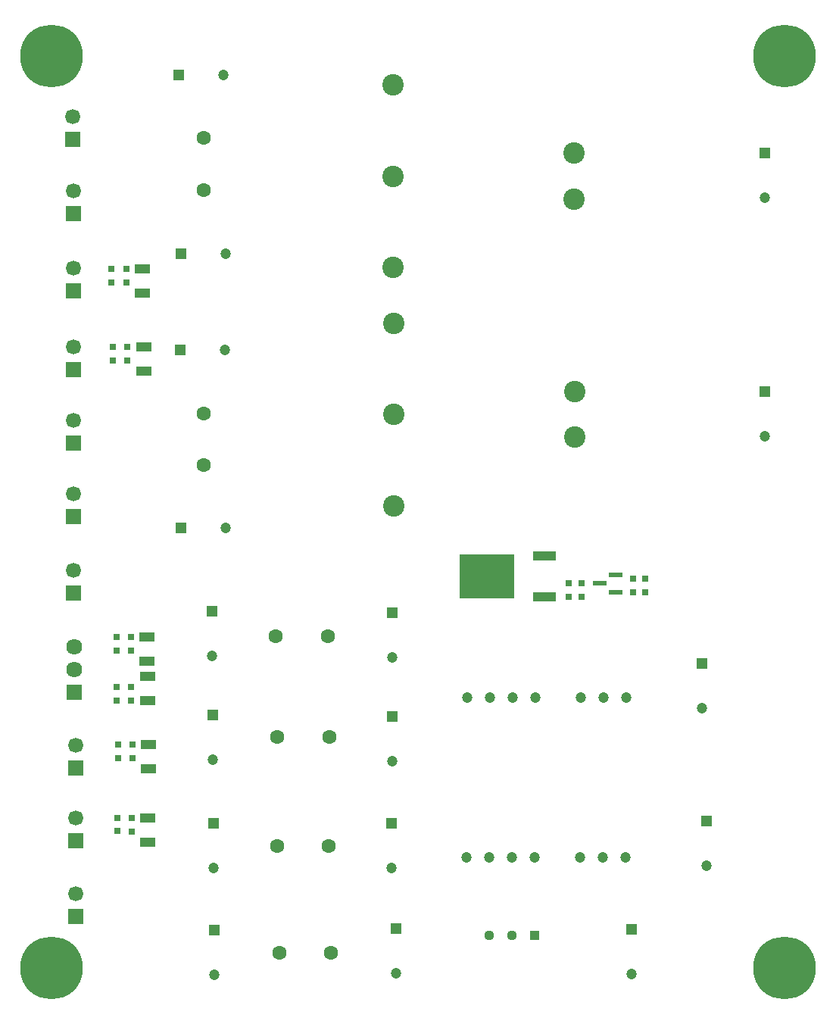
<source format=gbr>
G04 Layer_Color=255*
%FSLAX45Y45*%
%MOMM*%
%TF.FileFunction,Pads,Top*%
%TF.Part,Single*%
G01*
G75*
%TA.AperFunction,SMDPad,CuDef*%
%ADD10R,0.75000X0.80000*%
%ADD11R,1.60000X0.60000*%
%ADD12R,6.20000X4.90000*%
%ADD13R,2.60000X1.00000*%
%ADD14R,1.70000X1.10000*%
%TA.AperFunction,ComponentPad*%
%ADD18C,2.40000*%
%TA.AperFunction,ViaPad*%
%ADD19C,7.00000*%
%TA.AperFunction,ComponentPad*%
%ADD20C,1.20000*%
%ADD21R,1.13000X1.13000*%
%ADD22C,1.13000*%
%ADD23R,1.20000X1.20000*%
%ADD24C,1.60000*%
%ADD25R,1.69000X1.69000*%
%ADD26C,1.69000*%
%ADD27R,1.78500X1.78500*%
%ADD28C,1.78500*%
%ADD29R,1.20000X1.20000*%
D10*
X7045000Y4607500D02*
D03*
Y4757500D02*
D03*
X6902500Y4607500D02*
D03*
Y4757501D02*
D03*
X6327499Y4552500D02*
D03*
Y4702500D02*
D03*
X6187499D02*
D03*
X6187499Y4552500D02*
D03*
X1137500Y1932500D02*
D03*
Y2082500D02*
D03*
X1301057Y1932019D02*
D03*
X1301057Y2082019D02*
D03*
X1144999Y2750000D02*
D03*
X1144999Y2900000D02*
D03*
X1307499Y2750000D02*
D03*
Y2900000D02*
D03*
X1127499Y3952500D02*
D03*
X1127499Y4102500D02*
D03*
X1289999Y3952500D02*
D03*
X1289999Y4102501D02*
D03*
X1127499Y3392500D02*
D03*
X1127499Y3542500D02*
D03*
X1290000Y3392500D02*
D03*
Y3542500D02*
D03*
X1087500Y7197500D02*
D03*
X1087500Y7347500D02*
D03*
X1250001Y7197500D02*
D03*
X1250000Y7347500D02*
D03*
X1074999Y8070000D02*
D03*
X1074999Y8220000D02*
D03*
X1237499Y8070000D02*
D03*
X1237499Y8220000D02*
D03*
D11*
X6710000Y4607500D02*
D03*
Y4797500D02*
D03*
X6529999Y4702500D02*
D03*
D12*
X5267499Y4782500D02*
D03*
D13*
X5917499Y5012500D02*
D03*
Y4552500D02*
D03*
D14*
X1482500Y2082500D02*
D03*
Y1812500D02*
D03*
X1487499Y2902500D02*
D03*
Y2632500D02*
D03*
X1474999Y3665000D02*
D03*
Y3395000D02*
D03*
X1472499Y4105000D02*
D03*
Y3835000D02*
D03*
X1432501Y7347500D02*
D03*
Y7077500D02*
D03*
X1419999Y8220000D02*
D03*
Y7950001D02*
D03*
D18*
X4227500Y6590000D02*
D03*
X4227500Y5570000D02*
D03*
Y7610000D02*
D03*
X6257500Y6335000D02*
D03*
Y6844999D02*
D03*
X4217500Y9255000D02*
D03*
X4217500Y8235000D02*
D03*
Y10275000D02*
D03*
X6247500Y9000000D02*
D03*
X6247500Y9510000D02*
D03*
D19*
X8600000Y10600000D02*
D03*
Y400000D02*
D03*
X400000D02*
D03*
Y10600000D02*
D03*
D20*
X5045999Y1640000D02*
D03*
X5300000Y1640000D02*
D03*
X5554000Y1640000D02*
D03*
X5808000D02*
D03*
X6316000D02*
D03*
X6570000Y1640000D02*
D03*
X6824000Y1640000D02*
D03*
X4255000Y342500D02*
D03*
X2212500Y1525000D02*
D03*
X2207501Y2729999D02*
D03*
X8382500Y6350000D02*
D03*
X5051000Y3427500D02*
D03*
X5305000D02*
D03*
X5559000Y3427500D02*
D03*
X5813000D02*
D03*
X6321000D02*
D03*
X6575000Y3427500D02*
D03*
X6829000Y3427500D02*
D03*
X8382500Y9012500D02*
D03*
X2227500Y327500D02*
D03*
X6885000Y337500D02*
D03*
X4202500Y1520000D02*
D03*
X7730000Y1545000D02*
D03*
X2200000Y3890000D02*
D03*
X4215000Y2717500D02*
D03*
Y3877500D02*
D03*
X7680000Y3305000D02*
D03*
X2352500Y5320000D02*
D03*
X2345000Y7310000D02*
D03*
X2350000Y8390000D02*
D03*
X2322501Y10390000D02*
D03*
D21*
X5802500Y765000D02*
D03*
D22*
X5548500D02*
D03*
X5294500D02*
D03*
D23*
X4255000Y842500D02*
D03*
X2212500Y2025001D02*
D03*
X2207501Y3230000D02*
D03*
X8382500Y6850000D02*
D03*
Y9512500D02*
D03*
X2227500Y827500D02*
D03*
X6885000Y837500D02*
D03*
X4202500Y2020001D02*
D03*
X7730000Y2045000D02*
D03*
X2200000Y4390000D02*
D03*
X4215000Y3217500D02*
D03*
Y4377500D02*
D03*
X7680000Y3805000D02*
D03*
D24*
X2922500Y1770000D02*
D03*
X3502500Y1770000D02*
D03*
X2102500Y6025001D02*
D03*
Y6605000D02*
D03*
X2105000Y9102500D02*
D03*
Y9682500D02*
D03*
X3507500Y2985000D02*
D03*
X2927500D02*
D03*
X2912500Y4115000D02*
D03*
X3492500D02*
D03*
X2947500Y577500D02*
D03*
X3527500D02*
D03*
D25*
X646500Y7970001D02*
D03*
X636500Y9662500D02*
D03*
X644500Y8840500D02*
D03*
X674000Y981001D02*
D03*
X644500Y4598000D02*
D03*
X646500Y5446000D02*
D03*
X652000Y6275500D02*
D03*
X676499Y1828501D02*
D03*
X671999Y2643001D02*
D03*
X649500Y7093001D02*
D03*
D26*
X646500Y8224001D02*
D03*
X636500Y9916500D02*
D03*
X644500Y9094500D02*
D03*
X674000Y1235001D02*
D03*
X644500Y4852000D02*
D03*
X646500Y5700000D02*
D03*
X652000Y6529500D02*
D03*
X676500Y2082500D02*
D03*
X671999Y2897000D02*
D03*
X649500Y7347001D02*
D03*
D27*
X654999Y3486000D02*
D03*
D28*
Y3994000D02*
D03*
Y3740000D02*
D03*
D29*
X1852500Y5320000D02*
D03*
X1845000Y7310000D02*
D03*
X1850000Y8390000D02*
D03*
X1822500Y10390000D02*
D03*
%TF.MD5,d9ebdfdd4f6acab8cb014dc446abcb50*%
M02*

</source>
